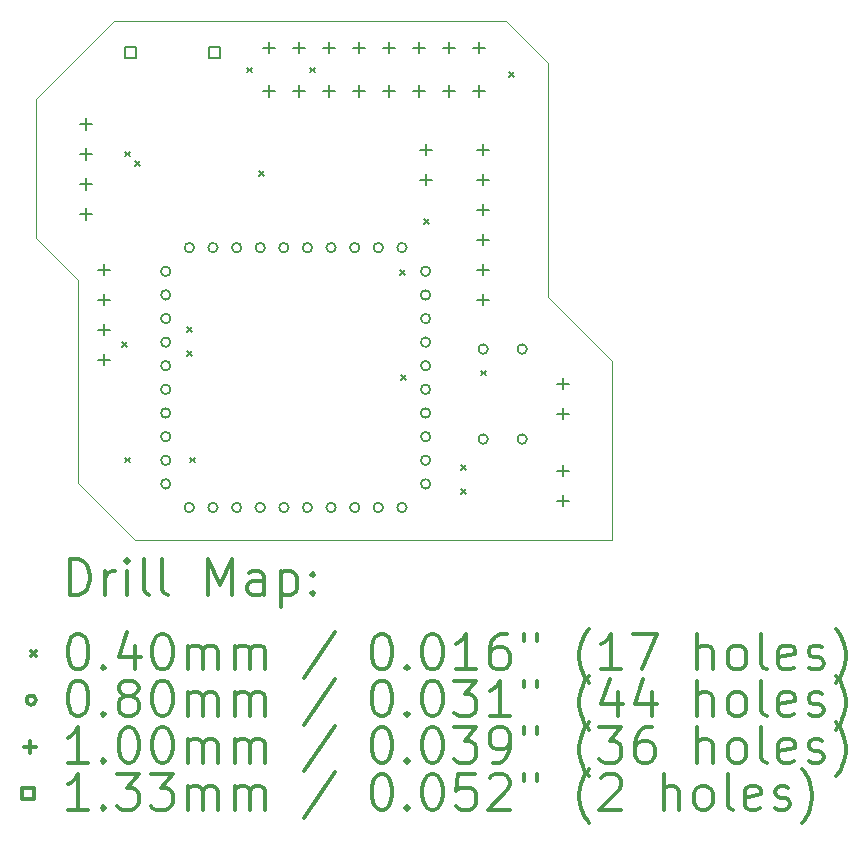
<source format=gbr>
%FSLAX45Y45*%
G04 Gerber Fmt 4.5, Leading zero omitted, Abs format (unit mm)*
G04 Created by KiCad (PCBNEW (5.1.6)-1) date 2022-08-02 16:41:38*
%MOMM*%
%LPD*%
G01*
G04 APERTURE LIST*
%TA.AperFunction,Profile*%
%ADD10C,0.050000*%
%TD*%
%ADD11C,0.200000*%
%ADD12C,0.300000*%
G04 APERTURE END LIST*
D10*
X14909800Y-7353300D02*
X15265400Y-7708900D01*
X14897100Y-7353300D02*
X14909800Y-7353300D01*
X11595100Y-7353300D02*
X14897100Y-7353300D01*
X11544300Y-7404100D02*
X11595100Y-7353300D01*
X15265400Y-9690100D02*
X15265400Y-7708900D01*
X15811500Y-10236200D02*
X15265400Y-9690100D01*
X15811500Y-11747500D02*
X15811500Y-10236200D01*
X11772900Y-11747500D02*
X15811500Y-11747500D01*
X11290300Y-11264900D02*
X11772900Y-11747500D01*
X11290300Y-11201400D02*
X11290300Y-11264900D01*
X11290300Y-11036300D02*
X11290300Y-11201400D01*
X11290300Y-10947400D02*
X11290300Y-11036300D01*
X11290300Y-9550400D02*
X11290300Y-10947400D01*
X10934700Y-9194800D02*
X11290300Y-9550400D01*
X10934700Y-8013700D02*
X10934700Y-9194800D01*
X11544300Y-7404100D02*
X10934700Y-8013700D01*
D11*
X11664000Y-10076500D02*
X11704000Y-10116500D01*
X11704000Y-10076500D02*
X11664000Y-10116500D01*
X11689400Y-8463600D02*
X11729400Y-8503600D01*
X11729400Y-8463600D02*
X11689400Y-8503600D01*
X11689400Y-11054400D02*
X11729400Y-11094400D01*
X11729400Y-11054400D02*
X11689400Y-11094400D01*
X11772020Y-8546221D02*
X11812020Y-8586221D01*
X11812020Y-8546221D02*
X11772020Y-8586221D01*
X12210100Y-9949500D02*
X12250100Y-9989500D01*
X12250100Y-9949500D02*
X12210100Y-9989500D01*
X12210100Y-10152700D02*
X12250100Y-10192700D01*
X12250100Y-10152700D02*
X12210100Y-10192700D01*
X12235500Y-11054400D02*
X12275500Y-11094400D01*
X12275500Y-11054400D02*
X12235500Y-11094400D01*
X12718100Y-7752400D02*
X12758100Y-7792400D01*
X12758100Y-7752400D02*
X12718100Y-7792400D01*
X12819700Y-8628700D02*
X12859700Y-8668700D01*
X12859700Y-8628700D02*
X12819700Y-8668700D01*
X13251500Y-7752400D02*
X13291500Y-7792400D01*
X13291500Y-7752400D02*
X13251500Y-7792400D01*
X14013500Y-9466900D02*
X14053500Y-9506900D01*
X14053500Y-9466900D02*
X14013500Y-9506900D01*
X14026200Y-10355900D02*
X14066200Y-10395900D01*
X14066200Y-10355900D02*
X14026200Y-10395900D01*
X14216700Y-9035100D02*
X14256700Y-9075100D01*
X14256700Y-9035100D02*
X14216700Y-9075100D01*
X14534200Y-11117900D02*
X14574200Y-11157900D01*
X14574200Y-11117900D02*
X14534200Y-11157900D01*
X14534200Y-11321100D02*
X14574200Y-11361100D01*
X14574200Y-11321100D02*
X14534200Y-11361100D01*
X14699300Y-10317800D02*
X14739300Y-10357800D01*
X14739300Y-10317800D02*
X14699300Y-10357800D01*
X14940600Y-7790500D02*
X14980600Y-7830500D01*
X14980600Y-7790500D02*
X14940600Y-7830500D01*
X15089500Y-10134600D02*
G75*
G03*
X15089500Y-10134600I-40000J0D01*
G01*
X15089500Y-10896600D02*
G75*
G03*
X15089500Y-10896600I-40000J0D01*
G01*
X12071800Y-9475900D02*
G75*
G03*
X12071800Y-9475900I-40000J0D01*
G01*
X12071800Y-9675900D02*
G75*
G03*
X12071800Y-9675900I-40000J0D01*
G01*
X12071800Y-9875900D02*
G75*
G03*
X12071800Y-9875900I-40000J0D01*
G01*
X12071800Y-10075900D02*
G75*
G03*
X12071800Y-10075900I-40000J0D01*
G01*
X12071800Y-10275900D02*
G75*
G03*
X12071800Y-10275900I-40000J0D01*
G01*
X12071800Y-10475900D02*
G75*
G03*
X12071800Y-10475900I-40000J0D01*
G01*
X12071800Y-10675900D02*
G75*
G03*
X12071800Y-10675900I-40000J0D01*
G01*
X12071800Y-10875900D02*
G75*
G03*
X12071800Y-10875900I-40000J0D01*
G01*
X12071800Y-11075900D02*
G75*
G03*
X12071800Y-11075900I-40000J0D01*
G01*
X12071800Y-11275900D02*
G75*
G03*
X12071800Y-11275900I-40000J0D01*
G01*
X12271800Y-9275900D02*
G75*
G03*
X12271800Y-9275900I-40000J0D01*
G01*
X12271800Y-11475900D02*
G75*
G03*
X12271800Y-11475900I-40000J0D01*
G01*
X12471800Y-9275900D02*
G75*
G03*
X12471800Y-9275900I-40000J0D01*
G01*
X12471800Y-11475900D02*
G75*
G03*
X12471800Y-11475900I-40000J0D01*
G01*
X12671800Y-9275900D02*
G75*
G03*
X12671800Y-9275900I-40000J0D01*
G01*
X12671800Y-11475900D02*
G75*
G03*
X12671800Y-11475900I-40000J0D01*
G01*
X12871800Y-9275900D02*
G75*
G03*
X12871800Y-9275900I-40000J0D01*
G01*
X12871800Y-11475900D02*
G75*
G03*
X12871800Y-11475900I-40000J0D01*
G01*
X13071800Y-9275900D02*
G75*
G03*
X13071800Y-9275900I-40000J0D01*
G01*
X13071800Y-11475900D02*
G75*
G03*
X13071800Y-11475900I-40000J0D01*
G01*
X13271800Y-9275900D02*
G75*
G03*
X13271800Y-9275900I-40000J0D01*
G01*
X13271800Y-11475900D02*
G75*
G03*
X13271800Y-11475900I-40000J0D01*
G01*
X13471800Y-9275900D02*
G75*
G03*
X13471800Y-9275900I-40000J0D01*
G01*
X13471800Y-11475900D02*
G75*
G03*
X13471800Y-11475900I-40000J0D01*
G01*
X13671800Y-9275900D02*
G75*
G03*
X13671800Y-9275900I-40000J0D01*
G01*
X13671800Y-11475900D02*
G75*
G03*
X13671800Y-11475900I-40000J0D01*
G01*
X13871800Y-9275900D02*
G75*
G03*
X13871800Y-9275900I-40000J0D01*
G01*
X13871800Y-11475900D02*
G75*
G03*
X13871800Y-11475900I-40000J0D01*
G01*
X14071800Y-9275900D02*
G75*
G03*
X14071800Y-9275900I-40000J0D01*
G01*
X14071800Y-11475900D02*
G75*
G03*
X14071800Y-11475900I-40000J0D01*
G01*
X14271800Y-9475900D02*
G75*
G03*
X14271800Y-9475900I-40000J0D01*
G01*
X14271800Y-9675900D02*
G75*
G03*
X14271800Y-9675900I-40000J0D01*
G01*
X14271800Y-9875900D02*
G75*
G03*
X14271800Y-9875900I-40000J0D01*
G01*
X14271800Y-10075900D02*
G75*
G03*
X14271800Y-10075900I-40000J0D01*
G01*
X14271800Y-10275900D02*
G75*
G03*
X14271800Y-10275900I-40000J0D01*
G01*
X14271800Y-10475900D02*
G75*
G03*
X14271800Y-10475900I-40000J0D01*
G01*
X14271800Y-10675900D02*
G75*
G03*
X14271800Y-10675900I-40000J0D01*
G01*
X14271800Y-10875900D02*
G75*
G03*
X14271800Y-10875900I-40000J0D01*
G01*
X14271800Y-11075900D02*
G75*
G03*
X14271800Y-11075900I-40000J0D01*
G01*
X14271800Y-11275900D02*
G75*
G03*
X14271800Y-11275900I-40000J0D01*
G01*
X14759300Y-10134600D02*
G75*
G03*
X14759300Y-10134600I-40000J0D01*
G01*
X14759300Y-10896600D02*
G75*
G03*
X14759300Y-10896600I-40000J0D01*
G01*
X11353800Y-8179600D02*
X11353800Y-8279600D01*
X11303800Y-8229600D02*
X11403800Y-8229600D01*
X11353800Y-8433600D02*
X11353800Y-8533600D01*
X11303800Y-8483600D02*
X11403800Y-8483600D01*
X11353800Y-8687600D02*
X11353800Y-8787600D01*
X11303800Y-8737600D02*
X11403800Y-8737600D01*
X11353800Y-8941600D02*
X11353800Y-9041600D01*
X11303800Y-8991600D02*
X11403800Y-8991600D01*
X11506200Y-9411500D02*
X11506200Y-9511500D01*
X11456200Y-9461500D02*
X11556200Y-9461500D01*
X11506200Y-9665500D02*
X11506200Y-9765500D01*
X11456200Y-9715500D02*
X11556200Y-9715500D01*
X11506200Y-9919500D02*
X11506200Y-10019500D01*
X11456200Y-9969500D02*
X11556200Y-9969500D01*
X11506200Y-10173500D02*
X11506200Y-10273500D01*
X11456200Y-10223500D02*
X11556200Y-10223500D01*
X12903200Y-7900200D02*
X12903200Y-8000200D01*
X12853200Y-7950200D02*
X12953200Y-7950200D01*
X13157200Y-7900200D02*
X13157200Y-8000200D01*
X13107200Y-7950200D02*
X13207200Y-7950200D01*
X13411200Y-7900200D02*
X13411200Y-8000200D01*
X13361200Y-7950200D02*
X13461200Y-7950200D01*
X13665200Y-7900200D02*
X13665200Y-8000200D01*
X13615200Y-7950200D02*
X13715200Y-7950200D01*
X13919200Y-7900200D02*
X13919200Y-8000200D01*
X13869200Y-7950200D02*
X13969200Y-7950200D01*
X14173200Y-7900200D02*
X14173200Y-8000200D01*
X14123200Y-7950200D02*
X14223200Y-7950200D01*
X14427200Y-7900200D02*
X14427200Y-8000200D01*
X14377200Y-7950200D02*
X14477200Y-7950200D01*
X14681200Y-7900200D02*
X14681200Y-8000200D01*
X14631200Y-7950200D02*
X14731200Y-7950200D01*
X15392400Y-10376700D02*
X15392400Y-10476700D01*
X15342400Y-10426700D02*
X15442400Y-10426700D01*
X15392400Y-10630700D02*
X15392400Y-10730700D01*
X15342400Y-10680700D02*
X15442400Y-10680700D01*
X14236700Y-8395500D02*
X14236700Y-8495500D01*
X14186700Y-8445500D02*
X14286700Y-8445500D01*
X14236700Y-8649500D02*
X14236700Y-8749500D01*
X14186700Y-8699500D02*
X14286700Y-8699500D01*
X12903200Y-7531900D02*
X12903200Y-7631900D01*
X12853200Y-7581900D02*
X12953200Y-7581900D01*
X13157200Y-7531900D02*
X13157200Y-7631900D01*
X13107200Y-7581900D02*
X13207200Y-7581900D01*
X13411200Y-7531900D02*
X13411200Y-7631900D01*
X13361200Y-7581900D02*
X13461200Y-7581900D01*
X13665200Y-7531900D02*
X13665200Y-7631900D01*
X13615200Y-7581900D02*
X13715200Y-7581900D01*
X13919200Y-7531900D02*
X13919200Y-7631900D01*
X13869200Y-7581900D02*
X13969200Y-7581900D01*
X14173200Y-7531900D02*
X14173200Y-7631900D01*
X14123200Y-7581900D02*
X14223200Y-7581900D01*
X14427200Y-7531900D02*
X14427200Y-7631900D01*
X14377200Y-7581900D02*
X14477200Y-7581900D01*
X14681200Y-7531900D02*
X14681200Y-7631900D01*
X14631200Y-7581900D02*
X14731200Y-7581900D01*
X14719300Y-8395500D02*
X14719300Y-8495500D01*
X14669300Y-8445500D02*
X14769300Y-8445500D01*
X14719300Y-8649500D02*
X14719300Y-8749500D01*
X14669300Y-8699500D02*
X14769300Y-8699500D01*
X14719300Y-8903500D02*
X14719300Y-9003500D01*
X14669300Y-8953500D02*
X14769300Y-8953500D01*
X14719300Y-9157500D02*
X14719300Y-9257500D01*
X14669300Y-9207500D02*
X14769300Y-9207500D01*
X14719300Y-9411500D02*
X14719300Y-9511500D01*
X14669300Y-9461500D02*
X14769300Y-9461500D01*
X14719300Y-9665500D02*
X14719300Y-9765500D01*
X14669300Y-9715500D02*
X14769300Y-9715500D01*
X15392400Y-11113300D02*
X15392400Y-11213300D01*
X15342400Y-11163300D02*
X15442400Y-11163300D01*
X15392400Y-11367300D02*
X15392400Y-11467300D01*
X15342400Y-11417300D02*
X15442400Y-11417300D01*
X11779870Y-7666970D02*
X11779870Y-7573030D01*
X11685930Y-7573030D01*
X11685930Y-7666970D01*
X11779870Y-7666970D01*
X12494870Y-7666970D02*
X12494870Y-7573030D01*
X12400930Y-7573030D01*
X12400930Y-7666970D01*
X12494870Y-7666970D01*
D12*
X11218628Y-12215714D02*
X11218628Y-11915714D01*
X11290057Y-11915714D01*
X11332914Y-11930000D01*
X11361486Y-11958571D01*
X11375771Y-11987143D01*
X11390057Y-12044286D01*
X11390057Y-12087143D01*
X11375771Y-12144286D01*
X11361486Y-12172857D01*
X11332914Y-12201429D01*
X11290057Y-12215714D01*
X11218628Y-12215714D01*
X11518628Y-12215714D02*
X11518628Y-12015714D01*
X11518628Y-12072857D02*
X11532914Y-12044286D01*
X11547200Y-12030000D01*
X11575771Y-12015714D01*
X11604343Y-12015714D01*
X11704343Y-12215714D02*
X11704343Y-12015714D01*
X11704343Y-11915714D02*
X11690057Y-11930000D01*
X11704343Y-11944286D01*
X11718628Y-11930000D01*
X11704343Y-11915714D01*
X11704343Y-11944286D01*
X11890057Y-12215714D02*
X11861486Y-12201429D01*
X11847200Y-12172857D01*
X11847200Y-11915714D01*
X12047200Y-12215714D02*
X12018628Y-12201429D01*
X12004343Y-12172857D01*
X12004343Y-11915714D01*
X12390057Y-12215714D02*
X12390057Y-11915714D01*
X12490057Y-12130000D01*
X12590057Y-11915714D01*
X12590057Y-12215714D01*
X12861486Y-12215714D02*
X12861486Y-12058571D01*
X12847200Y-12030000D01*
X12818628Y-12015714D01*
X12761486Y-12015714D01*
X12732914Y-12030000D01*
X12861486Y-12201429D02*
X12832914Y-12215714D01*
X12761486Y-12215714D01*
X12732914Y-12201429D01*
X12718628Y-12172857D01*
X12718628Y-12144286D01*
X12732914Y-12115714D01*
X12761486Y-12101429D01*
X12832914Y-12101429D01*
X12861486Y-12087143D01*
X13004343Y-12015714D02*
X13004343Y-12315714D01*
X13004343Y-12030000D02*
X13032914Y-12015714D01*
X13090057Y-12015714D01*
X13118628Y-12030000D01*
X13132914Y-12044286D01*
X13147200Y-12072857D01*
X13147200Y-12158571D01*
X13132914Y-12187143D01*
X13118628Y-12201429D01*
X13090057Y-12215714D01*
X13032914Y-12215714D01*
X13004343Y-12201429D01*
X13275771Y-12187143D02*
X13290057Y-12201429D01*
X13275771Y-12215714D01*
X13261486Y-12201429D01*
X13275771Y-12187143D01*
X13275771Y-12215714D01*
X13275771Y-12030000D02*
X13290057Y-12044286D01*
X13275771Y-12058571D01*
X13261486Y-12044286D01*
X13275771Y-12030000D01*
X13275771Y-12058571D01*
X10892200Y-12690000D02*
X10932200Y-12730000D01*
X10932200Y-12690000D02*
X10892200Y-12730000D01*
X11275771Y-12545714D02*
X11304343Y-12545714D01*
X11332914Y-12560000D01*
X11347200Y-12574286D01*
X11361486Y-12602857D01*
X11375771Y-12660000D01*
X11375771Y-12731429D01*
X11361486Y-12788571D01*
X11347200Y-12817143D01*
X11332914Y-12831429D01*
X11304343Y-12845714D01*
X11275771Y-12845714D01*
X11247200Y-12831429D01*
X11232914Y-12817143D01*
X11218628Y-12788571D01*
X11204343Y-12731429D01*
X11204343Y-12660000D01*
X11218628Y-12602857D01*
X11232914Y-12574286D01*
X11247200Y-12560000D01*
X11275771Y-12545714D01*
X11504343Y-12817143D02*
X11518628Y-12831429D01*
X11504343Y-12845714D01*
X11490057Y-12831429D01*
X11504343Y-12817143D01*
X11504343Y-12845714D01*
X11775771Y-12645714D02*
X11775771Y-12845714D01*
X11704343Y-12531429D02*
X11632914Y-12745714D01*
X11818628Y-12745714D01*
X11990057Y-12545714D02*
X12018628Y-12545714D01*
X12047200Y-12560000D01*
X12061486Y-12574286D01*
X12075771Y-12602857D01*
X12090057Y-12660000D01*
X12090057Y-12731429D01*
X12075771Y-12788571D01*
X12061486Y-12817143D01*
X12047200Y-12831429D01*
X12018628Y-12845714D01*
X11990057Y-12845714D01*
X11961486Y-12831429D01*
X11947200Y-12817143D01*
X11932914Y-12788571D01*
X11918628Y-12731429D01*
X11918628Y-12660000D01*
X11932914Y-12602857D01*
X11947200Y-12574286D01*
X11961486Y-12560000D01*
X11990057Y-12545714D01*
X12218628Y-12845714D02*
X12218628Y-12645714D01*
X12218628Y-12674286D02*
X12232914Y-12660000D01*
X12261486Y-12645714D01*
X12304343Y-12645714D01*
X12332914Y-12660000D01*
X12347200Y-12688571D01*
X12347200Y-12845714D01*
X12347200Y-12688571D02*
X12361486Y-12660000D01*
X12390057Y-12645714D01*
X12432914Y-12645714D01*
X12461486Y-12660000D01*
X12475771Y-12688571D01*
X12475771Y-12845714D01*
X12618628Y-12845714D02*
X12618628Y-12645714D01*
X12618628Y-12674286D02*
X12632914Y-12660000D01*
X12661486Y-12645714D01*
X12704343Y-12645714D01*
X12732914Y-12660000D01*
X12747200Y-12688571D01*
X12747200Y-12845714D01*
X12747200Y-12688571D02*
X12761486Y-12660000D01*
X12790057Y-12645714D01*
X12832914Y-12645714D01*
X12861486Y-12660000D01*
X12875771Y-12688571D01*
X12875771Y-12845714D01*
X13461486Y-12531429D02*
X13204343Y-12917143D01*
X13847200Y-12545714D02*
X13875771Y-12545714D01*
X13904343Y-12560000D01*
X13918628Y-12574286D01*
X13932914Y-12602857D01*
X13947200Y-12660000D01*
X13947200Y-12731429D01*
X13932914Y-12788571D01*
X13918628Y-12817143D01*
X13904343Y-12831429D01*
X13875771Y-12845714D01*
X13847200Y-12845714D01*
X13818628Y-12831429D01*
X13804343Y-12817143D01*
X13790057Y-12788571D01*
X13775771Y-12731429D01*
X13775771Y-12660000D01*
X13790057Y-12602857D01*
X13804343Y-12574286D01*
X13818628Y-12560000D01*
X13847200Y-12545714D01*
X14075771Y-12817143D02*
X14090057Y-12831429D01*
X14075771Y-12845714D01*
X14061486Y-12831429D01*
X14075771Y-12817143D01*
X14075771Y-12845714D01*
X14275771Y-12545714D02*
X14304343Y-12545714D01*
X14332914Y-12560000D01*
X14347200Y-12574286D01*
X14361486Y-12602857D01*
X14375771Y-12660000D01*
X14375771Y-12731429D01*
X14361486Y-12788571D01*
X14347200Y-12817143D01*
X14332914Y-12831429D01*
X14304343Y-12845714D01*
X14275771Y-12845714D01*
X14247200Y-12831429D01*
X14232914Y-12817143D01*
X14218628Y-12788571D01*
X14204343Y-12731429D01*
X14204343Y-12660000D01*
X14218628Y-12602857D01*
X14232914Y-12574286D01*
X14247200Y-12560000D01*
X14275771Y-12545714D01*
X14661486Y-12845714D02*
X14490057Y-12845714D01*
X14575771Y-12845714D02*
X14575771Y-12545714D01*
X14547200Y-12588571D01*
X14518628Y-12617143D01*
X14490057Y-12631429D01*
X14918628Y-12545714D02*
X14861486Y-12545714D01*
X14832914Y-12560000D01*
X14818628Y-12574286D01*
X14790057Y-12617143D01*
X14775771Y-12674286D01*
X14775771Y-12788571D01*
X14790057Y-12817143D01*
X14804343Y-12831429D01*
X14832914Y-12845714D01*
X14890057Y-12845714D01*
X14918628Y-12831429D01*
X14932914Y-12817143D01*
X14947200Y-12788571D01*
X14947200Y-12717143D01*
X14932914Y-12688571D01*
X14918628Y-12674286D01*
X14890057Y-12660000D01*
X14832914Y-12660000D01*
X14804343Y-12674286D01*
X14790057Y-12688571D01*
X14775771Y-12717143D01*
X15061486Y-12545714D02*
X15061486Y-12602857D01*
X15175771Y-12545714D02*
X15175771Y-12602857D01*
X15618628Y-12960000D02*
X15604343Y-12945714D01*
X15575771Y-12902857D01*
X15561486Y-12874286D01*
X15547200Y-12831429D01*
X15532914Y-12760000D01*
X15532914Y-12702857D01*
X15547200Y-12631429D01*
X15561486Y-12588571D01*
X15575771Y-12560000D01*
X15604343Y-12517143D01*
X15618628Y-12502857D01*
X15890057Y-12845714D02*
X15718628Y-12845714D01*
X15804343Y-12845714D02*
X15804343Y-12545714D01*
X15775771Y-12588571D01*
X15747200Y-12617143D01*
X15718628Y-12631429D01*
X15990057Y-12545714D02*
X16190057Y-12545714D01*
X16061486Y-12845714D01*
X16532914Y-12845714D02*
X16532914Y-12545714D01*
X16661486Y-12845714D02*
X16661486Y-12688571D01*
X16647200Y-12660000D01*
X16618628Y-12645714D01*
X16575771Y-12645714D01*
X16547200Y-12660000D01*
X16532914Y-12674286D01*
X16847200Y-12845714D02*
X16818628Y-12831429D01*
X16804343Y-12817143D01*
X16790057Y-12788571D01*
X16790057Y-12702857D01*
X16804343Y-12674286D01*
X16818628Y-12660000D01*
X16847200Y-12645714D01*
X16890057Y-12645714D01*
X16918628Y-12660000D01*
X16932914Y-12674286D01*
X16947200Y-12702857D01*
X16947200Y-12788571D01*
X16932914Y-12817143D01*
X16918628Y-12831429D01*
X16890057Y-12845714D01*
X16847200Y-12845714D01*
X17118628Y-12845714D02*
X17090057Y-12831429D01*
X17075771Y-12802857D01*
X17075771Y-12545714D01*
X17347200Y-12831429D02*
X17318628Y-12845714D01*
X17261486Y-12845714D01*
X17232914Y-12831429D01*
X17218628Y-12802857D01*
X17218628Y-12688571D01*
X17232914Y-12660000D01*
X17261486Y-12645714D01*
X17318628Y-12645714D01*
X17347200Y-12660000D01*
X17361486Y-12688571D01*
X17361486Y-12717143D01*
X17218628Y-12745714D01*
X17475771Y-12831429D02*
X17504343Y-12845714D01*
X17561486Y-12845714D01*
X17590057Y-12831429D01*
X17604343Y-12802857D01*
X17604343Y-12788571D01*
X17590057Y-12760000D01*
X17561486Y-12745714D01*
X17518628Y-12745714D01*
X17490057Y-12731429D01*
X17475771Y-12702857D01*
X17475771Y-12688571D01*
X17490057Y-12660000D01*
X17518628Y-12645714D01*
X17561486Y-12645714D01*
X17590057Y-12660000D01*
X17704343Y-12960000D02*
X17718628Y-12945714D01*
X17747200Y-12902857D01*
X17761486Y-12874286D01*
X17775771Y-12831429D01*
X17790057Y-12760000D01*
X17790057Y-12702857D01*
X17775771Y-12631429D01*
X17761486Y-12588571D01*
X17747200Y-12560000D01*
X17718628Y-12517143D01*
X17704343Y-12502857D01*
X10932200Y-13106000D02*
G75*
G03*
X10932200Y-13106000I-40000J0D01*
G01*
X11275771Y-12941714D02*
X11304343Y-12941714D01*
X11332914Y-12956000D01*
X11347200Y-12970286D01*
X11361486Y-12998857D01*
X11375771Y-13056000D01*
X11375771Y-13127429D01*
X11361486Y-13184571D01*
X11347200Y-13213143D01*
X11332914Y-13227429D01*
X11304343Y-13241714D01*
X11275771Y-13241714D01*
X11247200Y-13227429D01*
X11232914Y-13213143D01*
X11218628Y-13184571D01*
X11204343Y-13127429D01*
X11204343Y-13056000D01*
X11218628Y-12998857D01*
X11232914Y-12970286D01*
X11247200Y-12956000D01*
X11275771Y-12941714D01*
X11504343Y-13213143D02*
X11518628Y-13227429D01*
X11504343Y-13241714D01*
X11490057Y-13227429D01*
X11504343Y-13213143D01*
X11504343Y-13241714D01*
X11690057Y-13070286D02*
X11661486Y-13056000D01*
X11647200Y-13041714D01*
X11632914Y-13013143D01*
X11632914Y-12998857D01*
X11647200Y-12970286D01*
X11661486Y-12956000D01*
X11690057Y-12941714D01*
X11747200Y-12941714D01*
X11775771Y-12956000D01*
X11790057Y-12970286D01*
X11804343Y-12998857D01*
X11804343Y-13013143D01*
X11790057Y-13041714D01*
X11775771Y-13056000D01*
X11747200Y-13070286D01*
X11690057Y-13070286D01*
X11661486Y-13084571D01*
X11647200Y-13098857D01*
X11632914Y-13127429D01*
X11632914Y-13184571D01*
X11647200Y-13213143D01*
X11661486Y-13227429D01*
X11690057Y-13241714D01*
X11747200Y-13241714D01*
X11775771Y-13227429D01*
X11790057Y-13213143D01*
X11804343Y-13184571D01*
X11804343Y-13127429D01*
X11790057Y-13098857D01*
X11775771Y-13084571D01*
X11747200Y-13070286D01*
X11990057Y-12941714D02*
X12018628Y-12941714D01*
X12047200Y-12956000D01*
X12061486Y-12970286D01*
X12075771Y-12998857D01*
X12090057Y-13056000D01*
X12090057Y-13127429D01*
X12075771Y-13184571D01*
X12061486Y-13213143D01*
X12047200Y-13227429D01*
X12018628Y-13241714D01*
X11990057Y-13241714D01*
X11961486Y-13227429D01*
X11947200Y-13213143D01*
X11932914Y-13184571D01*
X11918628Y-13127429D01*
X11918628Y-13056000D01*
X11932914Y-12998857D01*
X11947200Y-12970286D01*
X11961486Y-12956000D01*
X11990057Y-12941714D01*
X12218628Y-13241714D02*
X12218628Y-13041714D01*
X12218628Y-13070286D02*
X12232914Y-13056000D01*
X12261486Y-13041714D01*
X12304343Y-13041714D01*
X12332914Y-13056000D01*
X12347200Y-13084571D01*
X12347200Y-13241714D01*
X12347200Y-13084571D02*
X12361486Y-13056000D01*
X12390057Y-13041714D01*
X12432914Y-13041714D01*
X12461486Y-13056000D01*
X12475771Y-13084571D01*
X12475771Y-13241714D01*
X12618628Y-13241714D02*
X12618628Y-13041714D01*
X12618628Y-13070286D02*
X12632914Y-13056000D01*
X12661486Y-13041714D01*
X12704343Y-13041714D01*
X12732914Y-13056000D01*
X12747200Y-13084571D01*
X12747200Y-13241714D01*
X12747200Y-13084571D02*
X12761486Y-13056000D01*
X12790057Y-13041714D01*
X12832914Y-13041714D01*
X12861486Y-13056000D01*
X12875771Y-13084571D01*
X12875771Y-13241714D01*
X13461486Y-12927429D02*
X13204343Y-13313143D01*
X13847200Y-12941714D02*
X13875771Y-12941714D01*
X13904343Y-12956000D01*
X13918628Y-12970286D01*
X13932914Y-12998857D01*
X13947200Y-13056000D01*
X13947200Y-13127429D01*
X13932914Y-13184571D01*
X13918628Y-13213143D01*
X13904343Y-13227429D01*
X13875771Y-13241714D01*
X13847200Y-13241714D01*
X13818628Y-13227429D01*
X13804343Y-13213143D01*
X13790057Y-13184571D01*
X13775771Y-13127429D01*
X13775771Y-13056000D01*
X13790057Y-12998857D01*
X13804343Y-12970286D01*
X13818628Y-12956000D01*
X13847200Y-12941714D01*
X14075771Y-13213143D02*
X14090057Y-13227429D01*
X14075771Y-13241714D01*
X14061486Y-13227429D01*
X14075771Y-13213143D01*
X14075771Y-13241714D01*
X14275771Y-12941714D02*
X14304343Y-12941714D01*
X14332914Y-12956000D01*
X14347200Y-12970286D01*
X14361486Y-12998857D01*
X14375771Y-13056000D01*
X14375771Y-13127429D01*
X14361486Y-13184571D01*
X14347200Y-13213143D01*
X14332914Y-13227429D01*
X14304343Y-13241714D01*
X14275771Y-13241714D01*
X14247200Y-13227429D01*
X14232914Y-13213143D01*
X14218628Y-13184571D01*
X14204343Y-13127429D01*
X14204343Y-13056000D01*
X14218628Y-12998857D01*
X14232914Y-12970286D01*
X14247200Y-12956000D01*
X14275771Y-12941714D01*
X14475771Y-12941714D02*
X14661486Y-12941714D01*
X14561486Y-13056000D01*
X14604343Y-13056000D01*
X14632914Y-13070286D01*
X14647200Y-13084571D01*
X14661486Y-13113143D01*
X14661486Y-13184571D01*
X14647200Y-13213143D01*
X14632914Y-13227429D01*
X14604343Y-13241714D01*
X14518628Y-13241714D01*
X14490057Y-13227429D01*
X14475771Y-13213143D01*
X14947200Y-13241714D02*
X14775771Y-13241714D01*
X14861486Y-13241714D02*
X14861486Y-12941714D01*
X14832914Y-12984571D01*
X14804343Y-13013143D01*
X14775771Y-13027429D01*
X15061486Y-12941714D02*
X15061486Y-12998857D01*
X15175771Y-12941714D02*
X15175771Y-12998857D01*
X15618628Y-13356000D02*
X15604343Y-13341714D01*
X15575771Y-13298857D01*
X15561486Y-13270286D01*
X15547200Y-13227429D01*
X15532914Y-13156000D01*
X15532914Y-13098857D01*
X15547200Y-13027429D01*
X15561486Y-12984571D01*
X15575771Y-12956000D01*
X15604343Y-12913143D01*
X15618628Y-12898857D01*
X15861486Y-13041714D02*
X15861486Y-13241714D01*
X15790057Y-12927429D02*
X15718628Y-13141714D01*
X15904343Y-13141714D01*
X16147200Y-13041714D02*
X16147200Y-13241714D01*
X16075771Y-12927429D02*
X16004343Y-13141714D01*
X16190057Y-13141714D01*
X16532914Y-13241714D02*
X16532914Y-12941714D01*
X16661486Y-13241714D02*
X16661486Y-13084571D01*
X16647200Y-13056000D01*
X16618628Y-13041714D01*
X16575771Y-13041714D01*
X16547200Y-13056000D01*
X16532914Y-13070286D01*
X16847200Y-13241714D02*
X16818628Y-13227429D01*
X16804343Y-13213143D01*
X16790057Y-13184571D01*
X16790057Y-13098857D01*
X16804343Y-13070286D01*
X16818628Y-13056000D01*
X16847200Y-13041714D01*
X16890057Y-13041714D01*
X16918628Y-13056000D01*
X16932914Y-13070286D01*
X16947200Y-13098857D01*
X16947200Y-13184571D01*
X16932914Y-13213143D01*
X16918628Y-13227429D01*
X16890057Y-13241714D01*
X16847200Y-13241714D01*
X17118628Y-13241714D02*
X17090057Y-13227429D01*
X17075771Y-13198857D01*
X17075771Y-12941714D01*
X17347200Y-13227429D02*
X17318628Y-13241714D01*
X17261486Y-13241714D01*
X17232914Y-13227429D01*
X17218628Y-13198857D01*
X17218628Y-13084571D01*
X17232914Y-13056000D01*
X17261486Y-13041714D01*
X17318628Y-13041714D01*
X17347200Y-13056000D01*
X17361486Y-13084571D01*
X17361486Y-13113143D01*
X17218628Y-13141714D01*
X17475771Y-13227429D02*
X17504343Y-13241714D01*
X17561486Y-13241714D01*
X17590057Y-13227429D01*
X17604343Y-13198857D01*
X17604343Y-13184571D01*
X17590057Y-13156000D01*
X17561486Y-13141714D01*
X17518628Y-13141714D01*
X17490057Y-13127429D01*
X17475771Y-13098857D01*
X17475771Y-13084571D01*
X17490057Y-13056000D01*
X17518628Y-13041714D01*
X17561486Y-13041714D01*
X17590057Y-13056000D01*
X17704343Y-13356000D02*
X17718628Y-13341714D01*
X17747200Y-13298857D01*
X17761486Y-13270286D01*
X17775771Y-13227429D01*
X17790057Y-13156000D01*
X17790057Y-13098857D01*
X17775771Y-13027429D01*
X17761486Y-12984571D01*
X17747200Y-12956000D01*
X17718628Y-12913143D01*
X17704343Y-12898857D01*
X10882200Y-13452000D02*
X10882200Y-13552000D01*
X10832200Y-13502000D02*
X10932200Y-13502000D01*
X11375771Y-13637714D02*
X11204343Y-13637714D01*
X11290057Y-13637714D02*
X11290057Y-13337714D01*
X11261486Y-13380571D01*
X11232914Y-13409143D01*
X11204343Y-13423429D01*
X11504343Y-13609143D02*
X11518628Y-13623429D01*
X11504343Y-13637714D01*
X11490057Y-13623429D01*
X11504343Y-13609143D01*
X11504343Y-13637714D01*
X11704343Y-13337714D02*
X11732914Y-13337714D01*
X11761486Y-13352000D01*
X11775771Y-13366286D01*
X11790057Y-13394857D01*
X11804343Y-13452000D01*
X11804343Y-13523429D01*
X11790057Y-13580571D01*
X11775771Y-13609143D01*
X11761486Y-13623429D01*
X11732914Y-13637714D01*
X11704343Y-13637714D01*
X11675771Y-13623429D01*
X11661486Y-13609143D01*
X11647200Y-13580571D01*
X11632914Y-13523429D01*
X11632914Y-13452000D01*
X11647200Y-13394857D01*
X11661486Y-13366286D01*
X11675771Y-13352000D01*
X11704343Y-13337714D01*
X11990057Y-13337714D02*
X12018628Y-13337714D01*
X12047200Y-13352000D01*
X12061486Y-13366286D01*
X12075771Y-13394857D01*
X12090057Y-13452000D01*
X12090057Y-13523429D01*
X12075771Y-13580571D01*
X12061486Y-13609143D01*
X12047200Y-13623429D01*
X12018628Y-13637714D01*
X11990057Y-13637714D01*
X11961486Y-13623429D01*
X11947200Y-13609143D01*
X11932914Y-13580571D01*
X11918628Y-13523429D01*
X11918628Y-13452000D01*
X11932914Y-13394857D01*
X11947200Y-13366286D01*
X11961486Y-13352000D01*
X11990057Y-13337714D01*
X12218628Y-13637714D02*
X12218628Y-13437714D01*
X12218628Y-13466286D02*
X12232914Y-13452000D01*
X12261486Y-13437714D01*
X12304343Y-13437714D01*
X12332914Y-13452000D01*
X12347200Y-13480571D01*
X12347200Y-13637714D01*
X12347200Y-13480571D02*
X12361486Y-13452000D01*
X12390057Y-13437714D01*
X12432914Y-13437714D01*
X12461486Y-13452000D01*
X12475771Y-13480571D01*
X12475771Y-13637714D01*
X12618628Y-13637714D02*
X12618628Y-13437714D01*
X12618628Y-13466286D02*
X12632914Y-13452000D01*
X12661486Y-13437714D01*
X12704343Y-13437714D01*
X12732914Y-13452000D01*
X12747200Y-13480571D01*
X12747200Y-13637714D01*
X12747200Y-13480571D02*
X12761486Y-13452000D01*
X12790057Y-13437714D01*
X12832914Y-13437714D01*
X12861486Y-13452000D01*
X12875771Y-13480571D01*
X12875771Y-13637714D01*
X13461486Y-13323429D02*
X13204343Y-13709143D01*
X13847200Y-13337714D02*
X13875771Y-13337714D01*
X13904343Y-13352000D01*
X13918628Y-13366286D01*
X13932914Y-13394857D01*
X13947200Y-13452000D01*
X13947200Y-13523429D01*
X13932914Y-13580571D01*
X13918628Y-13609143D01*
X13904343Y-13623429D01*
X13875771Y-13637714D01*
X13847200Y-13637714D01*
X13818628Y-13623429D01*
X13804343Y-13609143D01*
X13790057Y-13580571D01*
X13775771Y-13523429D01*
X13775771Y-13452000D01*
X13790057Y-13394857D01*
X13804343Y-13366286D01*
X13818628Y-13352000D01*
X13847200Y-13337714D01*
X14075771Y-13609143D02*
X14090057Y-13623429D01*
X14075771Y-13637714D01*
X14061486Y-13623429D01*
X14075771Y-13609143D01*
X14075771Y-13637714D01*
X14275771Y-13337714D02*
X14304343Y-13337714D01*
X14332914Y-13352000D01*
X14347200Y-13366286D01*
X14361486Y-13394857D01*
X14375771Y-13452000D01*
X14375771Y-13523429D01*
X14361486Y-13580571D01*
X14347200Y-13609143D01*
X14332914Y-13623429D01*
X14304343Y-13637714D01*
X14275771Y-13637714D01*
X14247200Y-13623429D01*
X14232914Y-13609143D01*
X14218628Y-13580571D01*
X14204343Y-13523429D01*
X14204343Y-13452000D01*
X14218628Y-13394857D01*
X14232914Y-13366286D01*
X14247200Y-13352000D01*
X14275771Y-13337714D01*
X14475771Y-13337714D02*
X14661486Y-13337714D01*
X14561486Y-13452000D01*
X14604343Y-13452000D01*
X14632914Y-13466286D01*
X14647200Y-13480571D01*
X14661486Y-13509143D01*
X14661486Y-13580571D01*
X14647200Y-13609143D01*
X14632914Y-13623429D01*
X14604343Y-13637714D01*
X14518628Y-13637714D01*
X14490057Y-13623429D01*
X14475771Y-13609143D01*
X14804343Y-13637714D02*
X14861486Y-13637714D01*
X14890057Y-13623429D01*
X14904343Y-13609143D01*
X14932914Y-13566286D01*
X14947200Y-13509143D01*
X14947200Y-13394857D01*
X14932914Y-13366286D01*
X14918628Y-13352000D01*
X14890057Y-13337714D01*
X14832914Y-13337714D01*
X14804343Y-13352000D01*
X14790057Y-13366286D01*
X14775771Y-13394857D01*
X14775771Y-13466286D01*
X14790057Y-13494857D01*
X14804343Y-13509143D01*
X14832914Y-13523429D01*
X14890057Y-13523429D01*
X14918628Y-13509143D01*
X14932914Y-13494857D01*
X14947200Y-13466286D01*
X15061486Y-13337714D02*
X15061486Y-13394857D01*
X15175771Y-13337714D02*
X15175771Y-13394857D01*
X15618628Y-13752000D02*
X15604343Y-13737714D01*
X15575771Y-13694857D01*
X15561486Y-13666286D01*
X15547200Y-13623429D01*
X15532914Y-13552000D01*
X15532914Y-13494857D01*
X15547200Y-13423429D01*
X15561486Y-13380571D01*
X15575771Y-13352000D01*
X15604343Y-13309143D01*
X15618628Y-13294857D01*
X15704343Y-13337714D02*
X15890057Y-13337714D01*
X15790057Y-13452000D01*
X15832914Y-13452000D01*
X15861486Y-13466286D01*
X15875771Y-13480571D01*
X15890057Y-13509143D01*
X15890057Y-13580571D01*
X15875771Y-13609143D01*
X15861486Y-13623429D01*
X15832914Y-13637714D01*
X15747200Y-13637714D01*
X15718628Y-13623429D01*
X15704343Y-13609143D01*
X16147200Y-13337714D02*
X16090057Y-13337714D01*
X16061486Y-13352000D01*
X16047200Y-13366286D01*
X16018628Y-13409143D01*
X16004343Y-13466286D01*
X16004343Y-13580571D01*
X16018628Y-13609143D01*
X16032914Y-13623429D01*
X16061486Y-13637714D01*
X16118628Y-13637714D01*
X16147200Y-13623429D01*
X16161486Y-13609143D01*
X16175771Y-13580571D01*
X16175771Y-13509143D01*
X16161486Y-13480571D01*
X16147200Y-13466286D01*
X16118628Y-13452000D01*
X16061486Y-13452000D01*
X16032914Y-13466286D01*
X16018628Y-13480571D01*
X16004343Y-13509143D01*
X16532914Y-13637714D02*
X16532914Y-13337714D01*
X16661486Y-13637714D02*
X16661486Y-13480571D01*
X16647200Y-13452000D01*
X16618628Y-13437714D01*
X16575771Y-13437714D01*
X16547200Y-13452000D01*
X16532914Y-13466286D01*
X16847200Y-13637714D02*
X16818628Y-13623429D01*
X16804343Y-13609143D01*
X16790057Y-13580571D01*
X16790057Y-13494857D01*
X16804343Y-13466286D01*
X16818628Y-13452000D01*
X16847200Y-13437714D01*
X16890057Y-13437714D01*
X16918628Y-13452000D01*
X16932914Y-13466286D01*
X16947200Y-13494857D01*
X16947200Y-13580571D01*
X16932914Y-13609143D01*
X16918628Y-13623429D01*
X16890057Y-13637714D01*
X16847200Y-13637714D01*
X17118628Y-13637714D02*
X17090057Y-13623429D01*
X17075771Y-13594857D01*
X17075771Y-13337714D01*
X17347200Y-13623429D02*
X17318628Y-13637714D01*
X17261486Y-13637714D01*
X17232914Y-13623429D01*
X17218628Y-13594857D01*
X17218628Y-13480571D01*
X17232914Y-13452000D01*
X17261486Y-13437714D01*
X17318628Y-13437714D01*
X17347200Y-13452000D01*
X17361486Y-13480571D01*
X17361486Y-13509143D01*
X17218628Y-13537714D01*
X17475771Y-13623429D02*
X17504343Y-13637714D01*
X17561486Y-13637714D01*
X17590057Y-13623429D01*
X17604343Y-13594857D01*
X17604343Y-13580571D01*
X17590057Y-13552000D01*
X17561486Y-13537714D01*
X17518628Y-13537714D01*
X17490057Y-13523429D01*
X17475771Y-13494857D01*
X17475771Y-13480571D01*
X17490057Y-13452000D01*
X17518628Y-13437714D01*
X17561486Y-13437714D01*
X17590057Y-13452000D01*
X17704343Y-13752000D02*
X17718628Y-13737714D01*
X17747200Y-13694857D01*
X17761486Y-13666286D01*
X17775771Y-13623429D01*
X17790057Y-13552000D01*
X17790057Y-13494857D01*
X17775771Y-13423429D01*
X17761486Y-13380571D01*
X17747200Y-13352000D01*
X17718628Y-13309143D01*
X17704343Y-13294857D01*
X10912745Y-13944970D02*
X10912745Y-13851030D01*
X10818805Y-13851030D01*
X10818805Y-13944970D01*
X10912745Y-13944970D01*
X11375771Y-14033714D02*
X11204343Y-14033714D01*
X11290057Y-14033714D02*
X11290057Y-13733714D01*
X11261486Y-13776571D01*
X11232914Y-13805143D01*
X11204343Y-13819429D01*
X11504343Y-14005143D02*
X11518628Y-14019429D01*
X11504343Y-14033714D01*
X11490057Y-14019429D01*
X11504343Y-14005143D01*
X11504343Y-14033714D01*
X11618628Y-13733714D02*
X11804343Y-13733714D01*
X11704343Y-13848000D01*
X11747200Y-13848000D01*
X11775771Y-13862286D01*
X11790057Y-13876571D01*
X11804343Y-13905143D01*
X11804343Y-13976571D01*
X11790057Y-14005143D01*
X11775771Y-14019429D01*
X11747200Y-14033714D01*
X11661486Y-14033714D01*
X11632914Y-14019429D01*
X11618628Y-14005143D01*
X11904343Y-13733714D02*
X12090057Y-13733714D01*
X11990057Y-13848000D01*
X12032914Y-13848000D01*
X12061486Y-13862286D01*
X12075771Y-13876571D01*
X12090057Y-13905143D01*
X12090057Y-13976571D01*
X12075771Y-14005143D01*
X12061486Y-14019429D01*
X12032914Y-14033714D01*
X11947200Y-14033714D01*
X11918628Y-14019429D01*
X11904343Y-14005143D01*
X12218628Y-14033714D02*
X12218628Y-13833714D01*
X12218628Y-13862286D02*
X12232914Y-13848000D01*
X12261486Y-13833714D01*
X12304343Y-13833714D01*
X12332914Y-13848000D01*
X12347200Y-13876571D01*
X12347200Y-14033714D01*
X12347200Y-13876571D02*
X12361486Y-13848000D01*
X12390057Y-13833714D01*
X12432914Y-13833714D01*
X12461486Y-13848000D01*
X12475771Y-13876571D01*
X12475771Y-14033714D01*
X12618628Y-14033714D02*
X12618628Y-13833714D01*
X12618628Y-13862286D02*
X12632914Y-13848000D01*
X12661486Y-13833714D01*
X12704343Y-13833714D01*
X12732914Y-13848000D01*
X12747200Y-13876571D01*
X12747200Y-14033714D01*
X12747200Y-13876571D02*
X12761486Y-13848000D01*
X12790057Y-13833714D01*
X12832914Y-13833714D01*
X12861486Y-13848000D01*
X12875771Y-13876571D01*
X12875771Y-14033714D01*
X13461486Y-13719429D02*
X13204343Y-14105143D01*
X13847200Y-13733714D02*
X13875771Y-13733714D01*
X13904343Y-13748000D01*
X13918628Y-13762286D01*
X13932914Y-13790857D01*
X13947200Y-13848000D01*
X13947200Y-13919429D01*
X13932914Y-13976571D01*
X13918628Y-14005143D01*
X13904343Y-14019429D01*
X13875771Y-14033714D01*
X13847200Y-14033714D01*
X13818628Y-14019429D01*
X13804343Y-14005143D01*
X13790057Y-13976571D01*
X13775771Y-13919429D01*
X13775771Y-13848000D01*
X13790057Y-13790857D01*
X13804343Y-13762286D01*
X13818628Y-13748000D01*
X13847200Y-13733714D01*
X14075771Y-14005143D02*
X14090057Y-14019429D01*
X14075771Y-14033714D01*
X14061486Y-14019429D01*
X14075771Y-14005143D01*
X14075771Y-14033714D01*
X14275771Y-13733714D02*
X14304343Y-13733714D01*
X14332914Y-13748000D01*
X14347200Y-13762286D01*
X14361486Y-13790857D01*
X14375771Y-13848000D01*
X14375771Y-13919429D01*
X14361486Y-13976571D01*
X14347200Y-14005143D01*
X14332914Y-14019429D01*
X14304343Y-14033714D01*
X14275771Y-14033714D01*
X14247200Y-14019429D01*
X14232914Y-14005143D01*
X14218628Y-13976571D01*
X14204343Y-13919429D01*
X14204343Y-13848000D01*
X14218628Y-13790857D01*
X14232914Y-13762286D01*
X14247200Y-13748000D01*
X14275771Y-13733714D01*
X14647200Y-13733714D02*
X14504343Y-13733714D01*
X14490057Y-13876571D01*
X14504343Y-13862286D01*
X14532914Y-13848000D01*
X14604343Y-13848000D01*
X14632914Y-13862286D01*
X14647200Y-13876571D01*
X14661486Y-13905143D01*
X14661486Y-13976571D01*
X14647200Y-14005143D01*
X14632914Y-14019429D01*
X14604343Y-14033714D01*
X14532914Y-14033714D01*
X14504343Y-14019429D01*
X14490057Y-14005143D01*
X14775771Y-13762286D02*
X14790057Y-13748000D01*
X14818628Y-13733714D01*
X14890057Y-13733714D01*
X14918628Y-13748000D01*
X14932914Y-13762286D01*
X14947200Y-13790857D01*
X14947200Y-13819429D01*
X14932914Y-13862286D01*
X14761486Y-14033714D01*
X14947200Y-14033714D01*
X15061486Y-13733714D02*
X15061486Y-13790857D01*
X15175771Y-13733714D02*
X15175771Y-13790857D01*
X15618628Y-14148000D02*
X15604343Y-14133714D01*
X15575771Y-14090857D01*
X15561486Y-14062286D01*
X15547200Y-14019429D01*
X15532914Y-13948000D01*
X15532914Y-13890857D01*
X15547200Y-13819429D01*
X15561486Y-13776571D01*
X15575771Y-13748000D01*
X15604343Y-13705143D01*
X15618628Y-13690857D01*
X15718628Y-13762286D02*
X15732914Y-13748000D01*
X15761486Y-13733714D01*
X15832914Y-13733714D01*
X15861486Y-13748000D01*
X15875771Y-13762286D01*
X15890057Y-13790857D01*
X15890057Y-13819429D01*
X15875771Y-13862286D01*
X15704343Y-14033714D01*
X15890057Y-14033714D01*
X16247200Y-14033714D02*
X16247200Y-13733714D01*
X16375771Y-14033714D02*
X16375771Y-13876571D01*
X16361486Y-13848000D01*
X16332914Y-13833714D01*
X16290057Y-13833714D01*
X16261486Y-13848000D01*
X16247200Y-13862286D01*
X16561486Y-14033714D02*
X16532914Y-14019429D01*
X16518628Y-14005143D01*
X16504343Y-13976571D01*
X16504343Y-13890857D01*
X16518628Y-13862286D01*
X16532914Y-13848000D01*
X16561486Y-13833714D01*
X16604343Y-13833714D01*
X16632914Y-13848000D01*
X16647200Y-13862286D01*
X16661486Y-13890857D01*
X16661486Y-13976571D01*
X16647200Y-14005143D01*
X16632914Y-14019429D01*
X16604343Y-14033714D01*
X16561486Y-14033714D01*
X16832914Y-14033714D02*
X16804343Y-14019429D01*
X16790057Y-13990857D01*
X16790057Y-13733714D01*
X17061486Y-14019429D02*
X17032914Y-14033714D01*
X16975771Y-14033714D01*
X16947200Y-14019429D01*
X16932914Y-13990857D01*
X16932914Y-13876571D01*
X16947200Y-13848000D01*
X16975771Y-13833714D01*
X17032914Y-13833714D01*
X17061486Y-13848000D01*
X17075771Y-13876571D01*
X17075771Y-13905143D01*
X16932914Y-13933714D01*
X17190057Y-14019429D02*
X17218628Y-14033714D01*
X17275771Y-14033714D01*
X17304343Y-14019429D01*
X17318628Y-13990857D01*
X17318628Y-13976571D01*
X17304343Y-13948000D01*
X17275771Y-13933714D01*
X17232914Y-13933714D01*
X17204343Y-13919429D01*
X17190057Y-13890857D01*
X17190057Y-13876571D01*
X17204343Y-13848000D01*
X17232914Y-13833714D01*
X17275771Y-13833714D01*
X17304343Y-13848000D01*
X17418628Y-14148000D02*
X17432914Y-14133714D01*
X17461486Y-14090857D01*
X17475771Y-14062286D01*
X17490057Y-14019429D01*
X17504343Y-13948000D01*
X17504343Y-13890857D01*
X17490057Y-13819429D01*
X17475771Y-13776571D01*
X17461486Y-13748000D01*
X17432914Y-13705143D01*
X17418628Y-13690857D01*
M02*

</source>
